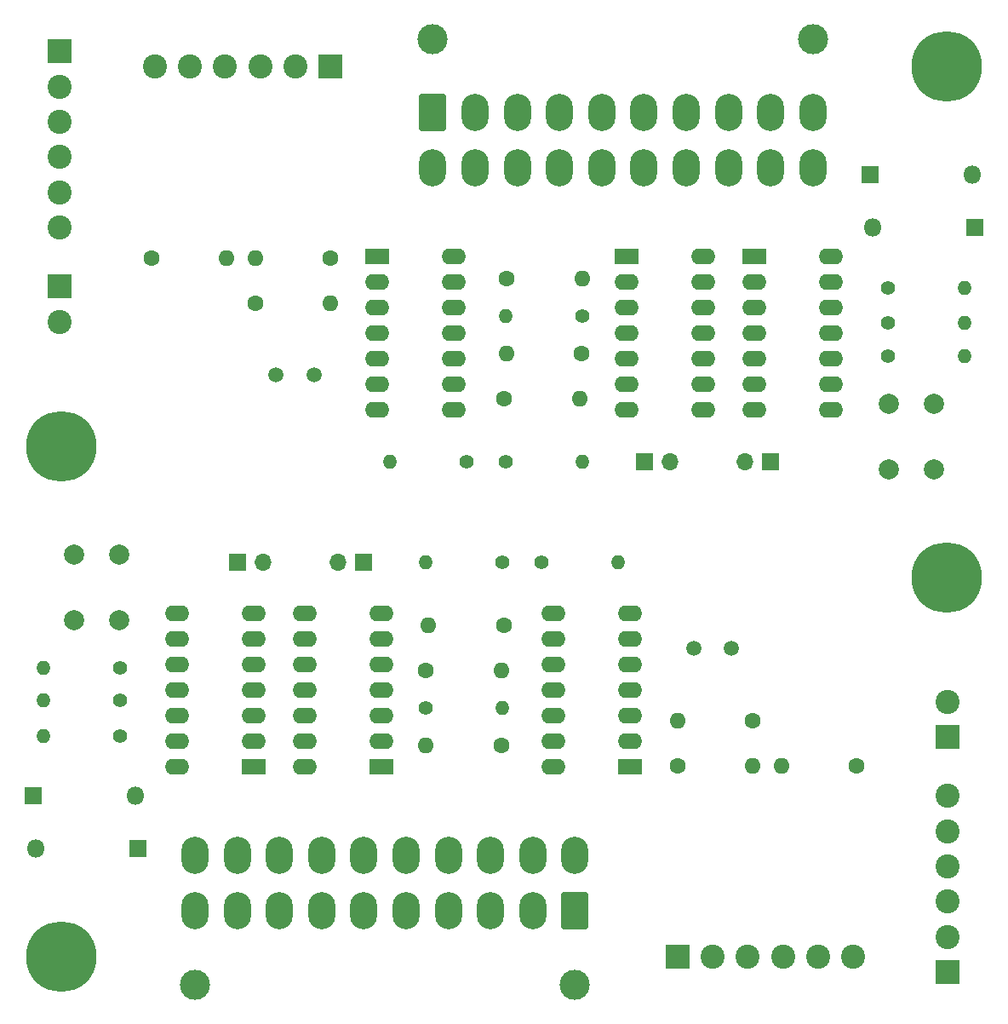
<source format=gbr>
%TF.GenerationSoftware,KiCad,Pcbnew,(6.0.6)*%
%TF.CreationDate,2022-06-26T13:55:29+05:00*%
%TF.ProjectId,MouseBite,4d6f7573-6542-4697-9465-2e6b69636164,rev?*%
%TF.SameCoordinates,Original*%
%TF.FileFunction,Soldermask,Bot*%
%TF.FilePolarity,Negative*%
%FSLAX46Y46*%
G04 Gerber Fmt 4.6, Leading zero omitted, Abs format (unit mm)*
G04 Created by KiCad (PCBNEW (6.0.6)) date 2022-06-26 13:55:29*
%MOMM*%
%LPD*%
G01*
G04 APERTURE LIST*
G04 Aperture macros list*
%AMRoundRect*
0 Rectangle with rounded corners*
0 $1 Rounding radius*
0 $2 $3 $4 $5 $6 $7 $8 $9 X,Y pos of 4 corners*
0 Add a 4 corners polygon primitive as box body*
4,1,4,$2,$3,$4,$5,$6,$7,$8,$9,$2,$3,0*
0 Add four circle primitives for the rounded corners*
1,1,$1+$1,$2,$3*
1,1,$1+$1,$4,$5*
1,1,$1+$1,$6,$7*
1,1,$1+$1,$8,$9*
0 Add four rect primitives between the rounded corners*
20,1,$1+$1,$2,$3,$4,$5,0*
20,1,$1+$1,$4,$5,$6,$7,0*
20,1,$1+$1,$6,$7,$8,$9,0*
20,1,$1+$1,$8,$9,$2,$3,0*%
G04 Aperture macros list end*
%ADD10O,1.400000X1.400000*%
%ADD11C,1.400000*%
%ADD12C,7.000000*%
%ADD13O,1.700000X1.700000*%
%ADD14R,1.700000X1.700000*%
%ADD15O,2.400000X1.600000*%
%ADD16R,2.400000X1.600000*%
%ADD17O,1.600000X1.600000*%
%ADD18C,1.600000*%
%ADD19C,1.500000*%
%ADD20O,2.700000X3.700000*%
%ADD21RoundRect,0.250001X1.099999X1.599999X-1.099999X1.599999X-1.099999X-1.599999X1.099999X-1.599999X0*%
%ADD22C,3.000000*%
%ADD23O,1.800000X1.800000*%
%ADD24R,1.800000X1.800000*%
%ADD25C,2.000000*%
%ADD26C,2.400000*%
%ADD27R,2.400000X2.400000*%
%ADD28RoundRect,0.250001X-1.099999X-1.599999X1.099999X-1.599999X1.099999X1.599999X-1.099999X1.599999X0*%
G04 APERTURE END LIST*
D10*
%TO.C,R1*%
X57440000Y-110250000D03*
D11*
X65060000Y-110250000D03*
%TD*%
D12*
%TO.C,H2*%
X147250000Y-94500000D03*
%TD*%
D13*
%TO.C,J4*%
X86735000Y-93000000D03*
D14*
X89275000Y-93000000D03*
%TD*%
D13*
%TO.C,J1*%
X79290000Y-93000000D03*
D14*
X76750000Y-93000000D03*
%TD*%
D15*
%TO.C,U5*%
X108205000Y-113375000D03*
X108205000Y-110835000D03*
X108205000Y-108295000D03*
X108205000Y-105755000D03*
X108205000Y-103215000D03*
X108205000Y-100675000D03*
X108205000Y-98135000D03*
X115825000Y-98135000D03*
X115825000Y-100675000D03*
X115825000Y-103215000D03*
X115825000Y-105755000D03*
X115825000Y-108295000D03*
X115825000Y-110835000D03*
D16*
X115825000Y-113375000D03*
%TD*%
D17*
%TO.C,C8*%
X130825000Y-113250000D03*
D18*
X138325000Y-113250000D03*
%TD*%
D15*
%TO.C,U1*%
X83455000Y-113375000D03*
X83455000Y-110835000D03*
X83455000Y-108295000D03*
X83455000Y-105755000D03*
X83455000Y-103215000D03*
X83455000Y-100675000D03*
X83455000Y-98135000D03*
X91075000Y-98135000D03*
X91075000Y-100675000D03*
X91075000Y-103215000D03*
X91075000Y-105755000D03*
X91075000Y-108295000D03*
X91075000Y-110835000D03*
D16*
X91075000Y-113375000D03*
%TD*%
D19*
%TO.C,Y1*%
X122100000Y-101600000D03*
X125900000Y-101600000D03*
%TD*%
D12*
%TO.C,H1*%
X59250000Y-132250000D03*
%TD*%
D20*
%TO.C,ATX*%
X72525000Y-122180000D03*
X76725000Y-122180000D03*
X80925000Y-122180000D03*
X85125000Y-122180000D03*
X89325000Y-122180000D03*
X93525000Y-122180000D03*
X97725000Y-122180000D03*
X101925000Y-122180000D03*
X106125000Y-122180000D03*
X110325000Y-122180000D03*
X72525000Y-127680000D03*
X76725000Y-127680000D03*
X80925000Y-127680000D03*
X85125000Y-127680000D03*
X89325000Y-127680000D03*
X93525000Y-127680000D03*
X97725000Y-127680000D03*
X101925000Y-127680000D03*
X106125000Y-127680000D03*
D21*
X110325000Y-127680000D03*
D22*
X110325000Y-134980000D03*
X72525000Y-134980000D03*
%TD*%
D15*
%TO.C,U2*%
X70705000Y-113375000D03*
X70705000Y-110835000D03*
X70705000Y-108295000D03*
X70705000Y-105755000D03*
X70705000Y-103215000D03*
X70705000Y-100675000D03*
X70705000Y-98135000D03*
X78325000Y-98135000D03*
X78325000Y-100675000D03*
X78325000Y-103215000D03*
X78325000Y-105755000D03*
X78325000Y-108295000D03*
X78325000Y-110835000D03*
D16*
X78325000Y-113375000D03*
%TD*%
D17*
%TO.C,C5*%
X95485000Y-111205000D03*
D18*
X102985000Y-111205000D03*
%TD*%
D23*
%TO.C,D2*%
X56670000Y-121500000D03*
D24*
X66830000Y-121500000D03*
%TD*%
D17*
%TO.C,C3*%
X95750000Y-99250000D03*
D18*
X103250000Y-99250000D03*
%TD*%
D10*
%TO.C,R10*%
X95440000Y-93000000D03*
D11*
X103060000Y-93000000D03*
%TD*%
D10*
%TO.C,R2*%
X57440000Y-106750000D03*
D11*
X65060000Y-106750000D03*
%TD*%
D10*
%TO.C,R9*%
X103045000Y-107455000D03*
D11*
X95425000Y-107455000D03*
%TD*%
D17*
%TO.C,C4*%
X103000000Y-103750000D03*
D18*
X95500000Y-103750000D03*
%TD*%
D17*
%TO.C,C6*%
X128000000Y-113250000D03*
D18*
X120500000Y-113250000D03*
%TD*%
D25*
%TO.C,SW1*%
X60500000Y-98750000D03*
X60500000Y-92250000D03*
X65000000Y-98750000D03*
X65000000Y-92250000D03*
%TD*%
D23*
%TO.C,D1*%
X66580000Y-116250000D03*
D24*
X56420000Y-116250000D03*
%TD*%
D26*
%TO.C,P8*%
X138000000Y-132250000D03*
X134500000Y-132250000D03*
X131000000Y-132250000D03*
X127500000Y-132250000D03*
X124000000Y-132250000D03*
D27*
X120500000Y-132250000D03*
%TD*%
D17*
%TO.C,C7*%
X120500000Y-108750000D03*
D18*
X128000000Y-108750000D03*
%TD*%
D26*
%TO.C,Amiga*%
X147400000Y-106900000D03*
D27*
X147400000Y-110400000D03*
%TD*%
D26*
%TO.C,P9*%
X147400000Y-116250000D03*
X147400000Y-119750000D03*
X147400000Y-123250000D03*
X147400000Y-126750000D03*
X147400000Y-130250000D03*
D27*
X147400000Y-133750000D03*
%TD*%
D10*
%TO.C,R3*%
X57440000Y-103500000D03*
D11*
X65060000Y-103500000D03*
%TD*%
D10*
%TO.C,R11*%
X114620000Y-93000000D03*
D11*
X107000000Y-93000000D03*
%TD*%
%TO.C,R1*%
X141440000Y-65750000D03*
D10*
X149060000Y-65750000D03*
%TD*%
D18*
%TO.C,C8*%
X68175000Y-62750000D03*
D17*
X75675000Y-62750000D03*
%TD*%
D13*
%TO.C,J4*%
X119765000Y-83000000D03*
D14*
X117225000Y-83000000D03*
%TD*%
D12*
%TO.C,H2*%
X59250000Y-81500000D03*
%TD*%
D16*
%TO.C,U5*%
X90675000Y-62625000D03*
D15*
X90675000Y-65165000D03*
X90675000Y-67705000D03*
X90675000Y-70245000D03*
X90675000Y-72785000D03*
X90675000Y-75325000D03*
X90675000Y-77865000D03*
X98295000Y-77865000D03*
X98295000Y-75325000D03*
X98295000Y-72785000D03*
X98295000Y-70245000D03*
X98295000Y-67705000D03*
X98295000Y-65165000D03*
X98295000Y-62625000D03*
%TD*%
D14*
%TO.C,J1*%
X129750000Y-83000000D03*
D13*
X127210000Y-83000000D03*
%TD*%
D18*
%TO.C,C6*%
X86000000Y-62750000D03*
D17*
X78500000Y-62750000D03*
%TD*%
D18*
%TO.C,C4*%
X111000000Y-72250000D03*
D17*
X103500000Y-72250000D03*
%TD*%
D11*
%TO.C,R11*%
X99500000Y-83000000D03*
D10*
X91880000Y-83000000D03*
%TD*%
D11*
%TO.C,R3*%
X141440000Y-72500000D03*
D10*
X149060000Y-72500000D03*
%TD*%
D27*
%TO.C,P8*%
X86000000Y-43750000D03*
D26*
X82500000Y-43750000D03*
X79000000Y-43750000D03*
X75500000Y-43750000D03*
X72000000Y-43750000D03*
X68500000Y-43750000D03*
%TD*%
D27*
%TO.C,P9*%
X59100000Y-42250000D03*
D26*
X59100000Y-45750000D03*
X59100000Y-49250000D03*
X59100000Y-52750000D03*
X59100000Y-56250000D03*
X59100000Y-59750000D03*
%TD*%
D27*
%TO.C,Amiga*%
X59100000Y-65600000D03*
D26*
X59100000Y-69100000D03*
%TD*%
D18*
%TO.C,C7*%
X78500000Y-67250000D03*
D17*
X86000000Y-67250000D03*
%TD*%
D24*
%TO.C,D1*%
X150080000Y-59750000D03*
D23*
X139920000Y-59750000D03*
%TD*%
D25*
%TO.C,SW1*%
X141500000Y-83750000D03*
X141500000Y-77250000D03*
X146000000Y-83750000D03*
X146000000Y-77250000D03*
%TD*%
D19*
%TO.C,Y1*%
X80600000Y-74400000D03*
X84400000Y-74400000D03*
%TD*%
D18*
%TO.C,C3*%
X103250000Y-76750000D03*
D17*
X110750000Y-76750000D03*
%TD*%
D12*
%TO.C,H1*%
X147250000Y-43750000D03*
%TD*%
D24*
%TO.C,D2*%
X139670000Y-54500000D03*
D23*
X149830000Y-54500000D03*
%TD*%
D18*
%TO.C,C5*%
X103515000Y-64795000D03*
D17*
X111015000Y-64795000D03*
%TD*%
D22*
%TO.C,ATX*%
X133975000Y-41020000D03*
X96175000Y-41020000D03*
D28*
X96175000Y-48320000D03*
D20*
X100375000Y-48320000D03*
X104575000Y-48320000D03*
X108775000Y-48320000D03*
X112975000Y-48320000D03*
X117175000Y-48320000D03*
X121375000Y-48320000D03*
X125575000Y-48320000D03*
X129775000Y-48320000D03*
X133975000Y-48320000D03*
X96175000Y-53820000D03*
X100375000Y-53820000D03*
X104575000Y-53820000D03*
X108775000Y-53820000D03*
X112975000Y-53820000D03*
X117175000Y-53820000D03*
X121375000Y-53820000D03*
X125575000Y-53820000D03*
X129775000Y-53820000D03*
X133975000Y-53820000D03*
%TD*%
D11*
%TO.C,R2*%
X141440000Y-69250000D03*
D10*
X149060000Y-69250000D03*
%TD*%
D11*
%TO.C,R9*%
X111075000Y-68545000D03*
D10*
X103455000Y-68545000D03*
%TD*%
D11*
%TO.C,R10*%
X103440000Y-83000000D03*
D10*
X111060000Y-83000000D03*
%TD*%
D16*
%TO.C,U2*%
X128175000Y-62625000D03*
D15*
X128175000Y-65165000D03*
X128175000Y-67705000D03*
X128175000Y-70245000D03*
X128175000Y-72785000D03*
X128175000Y-75325000D03*
X128175000Y-77865000D03*
X135795000Y-77865000D03*
X135795000Y-75325000D03*
X135795000Y-72785000D03*
X135795000Y-70245000D03*
X135795000Y-67705000D03*
X135795000Y-65165000D03*
X135795000Y-62625000D03*
%TD*%
D16*
%TO.C,U1*%
X115425000Y-62625000D03*
D15*
X115425000Y-65165000D03*
X115425000Y-67705000D03*
X115425000Y-70245000D03*
X115425000Y-72785000D03*
X115425000Y-75325000D03*
X115425000Y-77865000D03*
X123045000Y-77865000D03*
X123045000Y-75325000D03*
X123045000Y-72785000D03*
X123045000Y-70245000D03*
X123045000Y-67705000D03*
X123045000Y-65165000D03*
X123045000Y-62625000D03*
%TD*%
M02*

</source>
